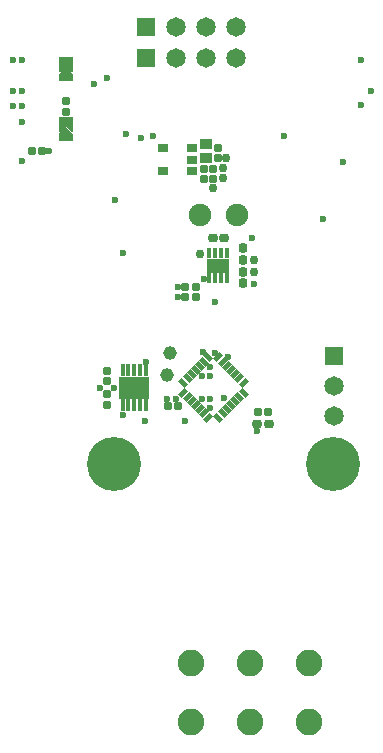
<source format=gts>
G04*
G04 #@! TF.GenerationSoftware,Altium Limited,Altium Designer,20.0.9 (164)*
G04*
G04 Layer_Color=8388736*
%FSLAX25Y25*%
%MOIN*%
G70*
G01*
G75*
%ADD16R,0.03000X0.01500*%
G04:AMPARAMS|DCode=27|XSize=29.53mil|YSize=17.72mil|CornerRadius=0mil|HoleSize=0mil|Usage=FLASHONLY|Rotation=135.000|XOffset=0mil|YOffset=0mil|HoleType=Round|Shape=Rectangle|*
%AMROTATEDRECTD27*
4,1,4,0.01670,-0.00418,0.00418,-0.01670,-0.01670,0.00418,-0.00418,0.01670,0.01670,-0.00418,0.0*
%
%ADD27ROTATEDRECTD27*%

G04:AMPARAMS|DCode=28|XSize=29.53mil|YSize=17.72mil|CornerRadius=0mil|HoleSize=0mil|Usage=FLASHONLY|Rotation=45.000|XOffset=0mil|YOffset=0mil|HoleType=Round|Shape=Rectangle|*
%AMROTATEDRECTD28*
4,1,4,-0.00418,-0.01670,-0.01670,-0.00418,0.00418,0.01670,0.01670,0.00418,-0.00418,-0.01670,0.0*
%
%ADD28ROTATEDRECTD28*%

G04:AMPARAMS|DCode=29|XSize=31.1mil|YSize=29.53mil|CornerRadius=8.86mil|HoleSize=0mil|Usage=FLASHONLY|Rotation=0.000|XOffset=0mil|YOffset=0mil|HoleType=Round|Shape=RoundedRectangle|*
%AMROUNDEDRECTD29*
21,1,0.03110,0.01181,0,0,0.0*
21,1,0.01339,0.02953,0,0,0.0*
1,1,0.01772,0.00669,-0.00591*
1,1,0.01772,-0.00669,-0.00591*
1,1,0.01772,-0.00669,0.00591*
1,1,0.01772,0.00669,0.00591*
%
%ADD29ROUNDEDRECTD29*%
G04:AMPARAMS|DCode=30|XSize=26.38mil|YSize=27.95mil|CornerRadius=8.07mil|HoleSize=0mil|Usage=FLASHONLY|Rotation=270.000|XOffset=0mil|YOffset=0mil|HoleType=Round|Shape=RoundedRectangle|*
%AMROUNDEDRECTD30*
21,1,0.02638,0.01181,0,0,270.0*
21,1,0.01024,0.02795,0,0,270.0*
1,1,0.01614,-0.00591,-0.00512*
1,1,0.01614,-0.00591,0.00512*
1,1,0.01614,0.00591,0.00512*
1,1,0.01614,0.00591,-0.00512*
%
%ADD30ROUNDEDRECTD30*%
%ADD31R,0.03740X0.02756*%
%ADD32R,0.04134X0.03425*%
G04:AMPARAMS|DCode=33|XSize=31.1mil|YSize=29.53mil|CornerRadius=8.86mil|HoleSize=0mil|Usage=FLASHONLY|Rotation=270.000|XOffset=0mil|YOffset=0mil|HoleType=Round|Shape=RoundedRectangle|*
%AMROUNDEDRECTD33*
21,1,0.03110,0.01181,0,0,270.0*
21,1,0.01339,0.02953,0,0,270.0*
1,1,0.01772,-0.00591,-0.00669*
1,1,0.01772,-0.00591,0.00669*
1,1,0.01772,0.00591,0.00669*
1,1,0.01772,0.00591,-0.00669*
%
%ADD33ROUNDEDRECTD33*%
%ADD34R,0.07284X0.04528*%
%ADD35R,0.01772X0.03347*%
G04:AMPARAMS|DCode=36|XSize=26.38mil|YSize=27.95mil|CornerRadius=8.07mil|HoleSize=0mil|Usage=FLASHONLY|Rotation=180.000|XOffset=0mil|YOffset=0mil|HoleType=Round|Shape=RoundedRectangle|*
%AMROUNDEDRECTD36*
21,1,0.02638,0.01181,0,0,180.0*
21,1,0.01024,0.02795,0,0,180.0*
1,1,0.01614,-0.00512,0.00591*
1,1,0.01614,0.00512,0.00591*
1,1,0.01614,0.00512,-0.00591*
1,1,0.01614,-0.00512,-0.00591*
%
%ADD36ROUNDEDRECTD36*%
%ADD37C,0.04528*%
%ADD38R,0.10039X0.07284*%
%ADD39R,0.01772X0.03937*%
%ADD40C,0.06496*%
%ADD41R,0.06496X0.06496*%
%ADD42R,0.06496X0.06496*%
%ADD43C,0.18012*%
%ADD44C,0.08858*%
%ADD45C,0.07480*%
%ADD46C,0.02362*%
%ADD47C,0.02953*%
%ADD48C,0.03347*%
G36*
X37039Y208776D02*
X37086Y208773D01*
X37131Y208762D01*
X37174Y208744D01*
X37214Y208720D01*
X37249Y208690D01*
X37279Y208654D01*
X37303Y208615D01*
X37321Y208572D01*
X37332Y208527D01*
X37336Y208480D01*
X37336Y203980D01*
X37332Y203934D01*
X37321Y203889D01*
X37308Y203858D01*
X37303Y203846D01*
X37279Y203806D01*
X37249Y203771D01*
X37214Y203741D01*
X37174Y203716D01*
X37161Y203711D01*
X37131Y203699D01*
X37086Y203688D01*
X37039Y203684D01*
X36993Y203688D01*
X36948Y203699D01*
X36917Y203711D01*
X36905Y203716D01*
X36865Y203741D01*
X36830Y203771D01*
X35039Y205561D01*
X33249Y203771D01*
X33213Y203741D01*
X33174Y203716D01*
X33161Y203711D01*
X33131Y203699D01*
X33086Y203688D01*
X33039Y203684D01*
X32993Y203688D01*
X32948Y203699D01*
X32917Y203711D01*
X32905Y203716D01*
X32865Y203741D01*
X32830Y203771D01*
X32800Y203806D01*
X32776Y203846D01*
X32770Y203858D01*
X32758Y203889D01*
X32747Y203934D01*
X32743Y203980D01*
Y208480D01*
X32747Y208527D01*
X32758Y208572D01*
X32776Y208615D01*
X32800Y208654D01*
X32830Y208690D01*
X32865Y208720D01*
X32905Y208744D01*
X32948Y208762D01*
X32993Y208773D01*
X33039Y208776D01*
X37039Y208776D01*
D02*
G37*
G36*
X35086Y205273D02*
X35131Y205262D01*
X35174Y205244D01*
X35214Y205220D01*
X35249Y205190D01*
X37249Y203190D01*
X37279Y203154D01*
X37303Y203115D01*
X37308Y203102D01*
X37321Y203072D01*
X37332Y203027D01*
X37336Y202980D01*
X37336Y200980D01*
X37332Y200934D01*
X37321Y200889D01*
X37303Y200846D01*
X37279Y200806D01*
X37249Y200771D01*
X37214Y200741D01*
X37174Y200716D01*
X37131Y200699D01*
X37086Y200688D01*
X37039Y200684D01*
X33039Y200684D01*
X32993Y200688D01*
X32948Y200699D01*
X32905Y200716D01*
X32865Y200741D01*
X32830Y200771D01*
X32800Y200806D01*
X32776Y200846D01*
X32758Y200889D01*
X32747Y200934D01*
X32743Y200980D01*
X32743Y202980D01*
X32747Y203027D01*
X32758Y203072D01*
X32770Y203102D01*
X32776Y203115D01*
X32800Y203154D01*
X32830Y203190D01*
X34830Y205190D01*
X34865Y205220D01*
X34905Y205244D01*
X34948Y205262D01*
X34993Y205273D01*
X35039Y205276D01*
X35086Y205273D01*
D02*
G37*
G36*
X37117Y228671D02*
X37162Y228660D01*
X37205Y228642D01*
X37245Y228618D01*
X37280Y228587D01*
X37310Y228552D01*
X37335Y228512D01*
X37353Y228469D01*
X37363Y228424D01*
X37367Y228378D01*
Y223878D01*
X37363Y223832D01*
X37353Y223786D01*
X37340Y223756D01*
X37335Y223744D01*
X37310Y223704D01*
X37280Y223669D01*
X37245Y223638D01*
X37205Y223614D01*
X37162Y223596D01*
X37117Y223585D01*
X37071Y223582D01*
X37025Y223585D01*
X36979Y223596D01*
X36954Y223607D01*
X36936Y223614D01*
X36897Y223638D01*
X36861Y223669D01*
X36861Y223669D01*
X35071Y225459D01*
X33280Y223669D01*
X33245Y223638D01*
X33205Y223614D01*
X33193Y223609D01*
X33162Y223596D01*
X33117Y223585D01*
X33071Y223582D01*
X33024Y223585D01*
X32979Y223596D01*
X32949Y223609D01*
X32936Y223614D01*
X32897Y223638D01*
X32861Y223669D01*
X32831Y223704D01*
X32807Y223744D01*
X32802Y223756D01*
X32789Y223786D01*
X32778Y223832D01*
X32775Y223878D01*
Y228378D01*
X32778Y228424D01*
X32789Y228469D01*
X32807Y228512D01*
X32831Y228552D01*
X32861Y228587D01*
X32897Y228618D01*
X32936Y228642D01*
X32979Y228660D01*
X33024Y228671D01*
X33071Y228674D01*
X37071Y228674D01*
X37117Y228671D01*
D02*
G37*
G36*
X35117Y225170D02*
X35154Y225162D01*
X35162Y225160D01*
X35205Y225142D01*
X35245Y225118D01*
X35280Y225087D01*
X35280Y225087D01*
X37280Y223087D01*
X37310Y223052D01*
X37335Y223012D01*
X37340Y223000D01*
X37353Y222970D01*
X37363Y222924D01*
X37367Y222878D01*
Y220878D01*
X37363Y220832D01*
X37353Y220786D01*
X37335Y220743D01*
X37310Y220704D01*
X37280Y220669D01*
X37245Y220638D01*
X37205Y220614D01*
X37162Y220596D01*
X37117Y220585D01*
X37071Y220582D01*
X33071Y220582D01*
X33024Y220585D01*
X32979Y220596D01*
X32936Y220614D01*
X32897Y220638D01*
X32861Y220669D01*
X32831Y220704D01*
X32807Y220743D01*
X32789Y220786D01*
X32778Y220832D01*
X32775Y220878D01*
Y222878D01*
X32778Y222924D01*
X32789Y222970D01*
X32798Y222991D01*
X32807Y223012D01*
X32831Y223052D01*
X32861Y223087D01*
X34861Y225087D01*
X34897Y225118D01*
X34936Y225142D01*
X34979Y225160D01*
X35024Y225170D01*
X35071Y225174D01*
X35117Y225170D01*
D02*
G37*
D16*
X35071Y227378D02*
D03*
Y221878D02*
D03*
X35039Y207480D02*
D03*
Y201980D02*
D03*
D27*
X74230Y120174D02*
D03*
X75622Y121566D02*
D03*
X77014Y122958D02*
D03*
X78406Y124350D02*
D03*
X79798Y125742D02*
D03*
X81190Y127134D02*
D03*
X82582Y128526D02*
D03*
X94274Y116834D02*
D03*
X92882Y115442D02*
D03*
X91490Y114050D02*
D03*
X90098Y112658D02*
D03*
X88706Y111266D02*
D03*
X87314Y109874D02*
D03*
X85922Y108482D02*
D03*
D28*
Y128526D02*
D03*
X87314Y127134D02*
D03*
X88706Y125742D02*
D03*
X90098Y124350D02*
D03*
X91490Y122958D02*
D03*
X92882Y121566D02*
D03*
X94274Y120174D02*
D03*
X82582Y108482D02*
D03*
X81190Y109874D02*
D03*
X79798Y111266D02*
D03*
X78406Y112658D02*
D03*
X77014Y114050D02*
D03*
X75622Y115442D02*
D03*
X74230Y116834D02*
D03*
D29*
X87717Y168504D02*
D03*
X83937D02*
D03*
X98898Y106299D02*
D03*
X102677D02*
D03*
D30*
X35039Y210472D02*
D03*
Y213937D02*
D03*
X84252Y188031D02*
D03*
Y191496D02*
D03*
X81102Y188031D02*
D03*
Y191496D02*
D03*
X85827Y198346D02*
D03*
Y194882D02*
D03*
X48819Y112835D02*
D03*
Y116299D02*
D03*
Y124173D02*
D03*
Y120709D02*
D03*
D31*
X67323Y198228D02*
D03*
Y190748D02*
D03*
X77165Y198228D02*
D03*
X77165Y194488D02*
D03*
X77165Y190748D02*
D03*
D32*
X81890Y199606D02*
D03*
X81890Y194882D02*
D03*
D33*
X94095Y161102D02*
D03*
Y164882D02*
D03*
Y153228D02*
D03*
Y157008D02*
D03*
D34*
X85827Y159055D02*
D03*
D35*
X88779Y154921D02*
D03*
X86811D02*
D03*
X84842D02*
D03*
X82874D02*
D03*
Y163189D02*
D03*
X84842D02*
D03*
X86811D02*
D03*
X88779D02*
D03*
D36*
X99055Y110236D02*
D03*
X102520D02*
D03*
X78347Y151969D02*
D03*
X74882D02*
D03*
X78347Y148819D02*
D03*
X74882D02*
D03*
X72598Y112205D02*
D03*
X69134D02*
D03*
X27241Y197244D02*
D03*
X23777D02*
D03*
D37*
X69710Y130085D02*
D03*
X68624Y122764D02*
D03*
D38*
X57874Y118504D02*
D03*
D39*
X53937Y124213D02*
D03*
X55905D02*
D03*
X57874D02*
D03*
X59842Y124213D02*
D03*
X61811D02*
D03*
Y112795D02*
D03*
X59842D02*
D03*
X57874Y112795D02*
D03*
X55905Y112795D02*
D03*
X53937D02*
D03*
D40*
X124409Y109134D02*
D03*
Y119134D02*
D03*
X71890Y228346D02*
D03*
X81890Y228346D02*
D03*
X91890D02*
D03*
X71890Y238583D02*
D03*
X81890D02*
D03*
X91890D02*
D03*
D41*
X124409Y129134D02*
D03*
D42*
X61890Y228346D02*
D03*
Y238583D02*
D03*
D43*
X51142Y92913D02*
D03*
X123976D02*
D03*
D44*
X76732Y26772D02*
D03*
X96417D02*
D03*
X116102D02*
D03*
X76732Y7087D02*
D03*
X96417Y7087D02*
D03*
X116102Y7087D02*
D03*
D45*
X79921Y175984D02*
D03*
X92126D02*
D03*
D46*
X61380Y107443D02*
D03*
X51575Y181102D02*
D03*
X64173Y202362D02*
D03*
X107874D02*
D03*
X60236Y201575D02*
D03*
X55118Y203150D02*
D03*
X46457Y118504D02*
D03*
X87662Y114950D02*
D03*
X48778Y221805D02*
D03*
X44412Y219810D02*
D03*
X97244Y168504D02*
D03*
X53937Y163386D02*
D03*
X127559Y193701D02*
D03*
X84646Y146850D02*
D03*
X98819Y103937D02*
D03*
X29528Y197244D02*
D03*
X20490Y194134D02*
D03*
X133465Y227559D02*
D03*
Y212598D02*
D03*
X136614Y217323D02*
D03*
X84646Y129921D02*
D03*
X88976Y128740D02*
D03*
X80709Y130315D02*
D03*
X83071Y125197D02*
D03*
Y122441D02*
D03*
X80315D02*
D03*
Y114567D02*
D03*
X83071D02*
D03*
Y111811D02*
D03*
X97638Y153150D02*
D03*
X74803Y107480D02*
D03*
X53937Y109449D02*
D03*
X71653Y114567D02*
D03*
X68898D02*
D03*
X81102Y154724D02*
D03*
X120866Y174803D02*
D03*
X61811Y127165D02*
D03*
X51181Y118504D02*
D03*
X20472Y207087D02*
D03*
Y212205D02*
D03*
Y227559D02*
D03*
X17323D02*
D03*
Y212205D02*
D03*
X20472Y217323D02*
D03*
X72441Y151969D02*
D03*
Y148819D02*
D03*
X17323Y217323D02*
D03*
D47*
X84252Y185039D02*
D03*
X87469Y191629D02*
D03*
X87402Y188189D02*
D03*
X79921Y162992D02*
D03*
X85827Y159055D02*
D03*
X97638Y157087D02*
D03*
Y161024D02*
D03*
X88583Y194882D02*
D03*
D48*
X69710Y130085D02*
D03*
X68624Y122764D02*
D03*
M02*

</source>
